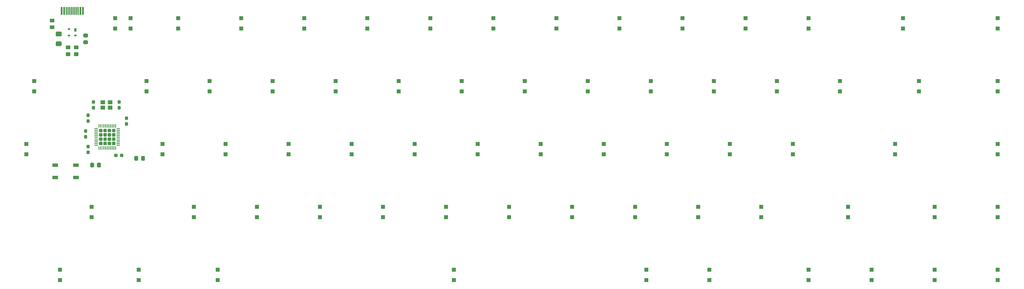
<source format=gbp>
G04 #@! TF.GenerationSoftware,KiCad,Pcbnew,(5.1.9-1-g591a07d2d9)-1*
G04 #@! TF.CreationDate,2021-05-31T00:50:00-06:00*
G04 #@! TF.ProjectId,keyboard-layout,6b657962-6f61-4726-942d-6c61796f7574,rev?*
G04 #@! TF.SameCoordinates,Original*
G04 #@! TF.FileFunction,Paste,Bot*
G04 #@! TF.FilePolarity,Positive*
%FSLAX46Y46*%
G04 Gerber Fmt 4.6, Leading zero omitted, Abs format (unit mm)*
G04 Created by KiCad (PCBNEW (5.1.9-1-g591a07d2d9)-1) date 2021-05-31 00:50:00*
%MOMM*%
%LPD*%
G01*
G04 APERTURE LIST*
%ADD10R,1.200000X1.200000*%
%ADD11R,1.700000X1.000000*%
%ADD12R,1.400000X1.200000*%
%ADD13R,0.300000X2.450000*%
%ADD14R,0.600000X2.450000*%
%ADD15R,0.700000X0.600000*%
%ADD16R,0.700000X1.000000*%
G04 APERTURE END LIST*
G36*
G01*
X43262500Y-67900000D02*
X43737500Y-67900000D01*
G75*
G02*
X43975000Y-68137500I0J-237500D01*
G01*
X43975000Y-68712500D01*
G75*
G02*
X43737500Y-68950000I-237500J0D01*
G01*
X43262500Y-68950000D01*
G75*
G02*
X43025000Y-68712500I0J237500D01*
G01*
X43025000Y-68137500D01*
G75*
G02*
X43262500Y-67900000I237500J0D01*
G01*
G37*
G36*
G01*
X43262500Y-66150000D02*
X43737500Y-66150000D01*
G75*
G02*
X43975000Y-66387500I0J-237500D01*
G01*
X43975000Y-66962500D01*
G75*
G02*
X43737500Y-67200000I-237500J0D01*
G01*
X43262500Y-67200000D01*
G75*
G02*
X43025000Y-66962500I0J237500D01*
G01*
X43025000Y-66387500D01*
G75*
G02*
X43262500Y-66150000I237500J0D01*
G01*
G37*
G36*
G01*
X55337500Y-58600000D02*
X54862500Y-58600000D01*
G75*
G02*
X54625000Y-58362500I0J237500D01*
G01*
X54625000Y-57787500D01*
G75*
G02*
X54862500Y-57550000I237500J0D01*
G01*
X55337500Y-57550000D01*
G75*
G02*
X55575000Y-57787500I0J-237500D01*
G01*
X55575000Y-58362500D01*
G75*
G02*
X55337500Y-58600000I-237500J0D01*
G01*
G37*
G36*
G01*
X55337500Y-60350000D02*
X54862500Y-60350000D01*
G75*
G02*
X54625000Y-60112500I0J237500D01*
G01*
X54625000Y-59537500D01*
G75*
G02*
X54862500Y-59300000I237500J0D01*
G01*
X55337500Y-59300000D01*
G75*
G02*
X55575000Y-59537500I0J-237500D01*
G01*
X55575000Y-60112500D01*
G75*
G02*
X55337500Y-60350000I-237500J0D01*
G01*
G37*
G36*
G01*
X52425000Y-69112500D02*
X52425000Y-69587500D01*
G75*
G02*
X52187500Y-69825000I-237500J0D01*
G01*
X51612500Y-69825000D01*
G75*
G02*
X51375000Y-69587500I0J237500D01*
G01*
X51375000Y-69112500D01*
G75*
G02*
X51612500Y-68875000I237500J0D01*
G01*
X52187500Y-68875000D01*
G75*
G02*
X52425000Y-69112500I0J-237500D01*
G01*
G37*
G36*
G01*
X54175000Y-69112500D02*
X54175000Y-69587500D01*
G75*
G02*
X53937500Y-69825000I-237500J0D01*
G01*
X53362500Y-69825000D01*
G75*
G02*
X53125000Y-69587500I0J237500D01*
G01*
X53125000Y-69112500D01*
G75*
G02*
X53362500Y-68875000I237500J0D01*
G01*
X53937500Y-68875000D01*
G75*
G02*
X54175000Y-69112500I0J-237500D01*
G01*
G37*
G36*
G01*
X53112500Y-53700000D02*
X52637500Y-53700000D01*
G75*
G02*
X52400000Y-53462500I0J237500D01*
G01*
X52400000Y-52887500D01*
G75*
G02*
X52637500Y-52650000I237500J0D01*
G01*
X53112500Y-52650000D01*
G75*
G02*
X53350000Y-52887500I0J-237500D01*
G01*
X53350000Y-53462500D01*
G75*
G02*
X53112500Y-53700000I-237500J0D01*
G01*
G37*
G36*
G01*
X53112500Y-55450000D02*
X52637500Y-55450000D01*
G75*
G02*
X52400000Y-55212500I0J237500D01*
G01*
X52400000Y-54637500D01*
G75*
G02*
X52637500Y-54400000I237500J0D01*
G01*
X53112500Y-54400000D01*
G75*
G02*
X53350000Y-54637500I0J-237500D01*
G01*
X53350000Y-55212500D01*
G75*
G02*
X53112500Y-55450000I-237500J0D01*
G01*
G37*
G36*
G01*
X42537500Y-63200000D02*
X43012500Y-63200000D01*
G75*
G02*
X43250000Y-63437500I0J-237500D01*
G01*
X43250000Y-64012500D01*
G75*
G02*
X43012500Y-64250000I-237500J0D01*
G01*
X42537500Y-64250000D01*
G75*
G02*
X42300000Y-64012500I0J237500D01*
G01*
X42300000Y-63437500D01*
G75*
G02*
X42537500Y-63200000I237500J0D01*
G01*
G37*
G36*
G01*
X42537500Y-61450000D02*
X43012500Y-61450000D01*
G75*
G02*
X43250000Y-61687500I0J-237500D01*
G01*
X43250000Y-62262500D01*
G75*
G02*
X43012500Y-62500000I-237500J0D01*
G01*
X42537500Y-62500000D01*
G75*
G02*
X42300000Y-62262500I0J237500D01*
G01*
X42300000Y-61687500D01*
G75*
G02*
X42537500Y-61450000I237500J0D01*
G01*
G37*
G36*
G01*
X44887500Y-54400000D02*
X45362500Y-54400000D01*
G75*
G02*
X45600000Y-54637500I0J-237500D01*
G01*
X45600000Y-55212500D01*
G75*
G02*
X45362500Y-55450000I-237500J0D01*
G01*
X44887500Y-55450000D01*
G75*
G02*
X44650000Y-55212500I0J237500D01*
G01*
X44650000Y-54637500D01*
G75*
G02*
X44887500Y-54400000I237500J0D01*
G01*
G37*
G36*
G01*
X44887500Y-52650000D02*
X45362500Y-52650000D01*
G75*
G02*
X45600000Y-52887500I0J-237500D01*
G01*
X45600000Y-53462500D01*
G75*
G02*
X45362500Y-53700000I-237500J0D01*
G01*
X44887500Y-53700000D01*
G75*
G02*
X44650000Y-53462500I0J237500D01*
G01*
X44650000Y-52887500D01*
G75*
G02*
X44887500Y-52650000I237500J0D01*
G01*
G37*
G36*
G01*
X43727500Y-59470000D02*
X43252500Y-59470000D01*
G75*
G02*
X43015000Y-59232500I0J237500D01*
G01*
X43015000Y-58657500D01*
G75*
G02*
X43252500Y-58420000I237500J0D01*
G01*
X43727500Y-58420000D01*
G75*
G02*
X43965000Y-58657500I0J-237500D01*
G01*
X43965000Y-59232500D01*
G75*
G02*
X43727500Y-59470000I-237500J0D01*
G01*
G37*
G36*
G01*
X43727500Y-57720000D02*
X43252500Y-57720000D01*
G75*
G02*
X43015000Y-57482500I0J237500D01*
G01*
X43015000Y-56907500D01*
G75*
G02*
X43252500Y-56670000I237500J0D01*
G01*
X43727500Y-56670000D01*
G75*
G02*
X43965000Y-56907500I0J-237500D01*
G01*
X43965000Y-57482500D01*
G75*
G02*
X43727500Y-57720000I-237500J0D01*
G01*
G37*
G36*
G01*
X58625000Y-69799999D02*
X58625000Y-70700001D01*
G75*
G02*
X58375001Y-70950000I-249999J0D01*
G01*
X57724999Y-70950000D01*
G75*
G02*
X57475000Y-70700001I0J249999D01*
G01*
X57475000Y-69799999D01*
G75*
G02*
X57724999Y-69550000I249999J0D01*
G01*
X58375001Y-69550000D01*
G75*
G02*
X58625000Y-69799999I0J-249999D01*
G01*
G37*
G36*
G01*
X60675000Y-69799999D02*
X60675000Y-70700001D01*
G75*
G02*
X60425001Y-70950000I-249999J0D01*
G01*
X59774999Y-70950000D01*
G75*
G02*
X59525000Y-70700001I0J249999D01*
G01*
X59525000Y-69799999D01*
G75*
G02*
X59774999Y-69550000I249999J0D01*
G01*
X60425001Y-69550000D01*
G75*
G02*
X60675000Y-69799999I0J-249999D01*
G01*
G37*
D10*
X142163600Y-69043750D03*
X142163600Y-65893750D03*
X227889750Y-88093750D03*
X227889750Y-84943750D03*
X273133500Y-88093750D03*
X273133500Y-84943750D03*
X246939750Y-88093750D03*
X246939750Y-84943750D03*
X299327250Y-88093750D03*
X299327250Y-84943750D03*
X199314750Y-69043750D03*
X199314750Y-65893750D03*
X256464750Y-69043750D03*
X256464750Y-65893750D03*
X180264750Y-69043750D03*
X180264750Y-65893750D03*
X161214750Y-69043750D03*
X161214750Y-65893750D03*
X218364750Y-69043750D03*
X218364750Y-65893750D03*
X287421000Y-69043750D03*
X287421000Y-65893750D03*
X237414750Y-69043750D03*
X237414750Y-65893750D03*
D11*
X39830000Y-72280000D03*
X33530000Y-72280000D03*
X39830000Y-76080000D03*
X33530000Y-76080000D03*
D12*
X47952500Y-53245000D03*
X50152500Y-53245000D03*
X47952500Y-54845000D03*
X50152500Y-54845000D03*
D10*
X82633500Y-107143750D03*
X82633500Y-103993750D03*
X75489750Y-88093750D03*
X75489750Y-84943750D03*
X156452250Y-49993750D03*
X156452250Y-46843750D03*
X94539750Y-88093750D03*
X94539750Y-84943750D03*
X58821000Y-107143750D03*
X58821000Y-103993750D03*
X80252250Y-49993750D03*
X80252250Y-46843750D03*
X132639750Y-88093750D03*
X132639750Y-84943750D03*
X175502250Y-49993750D03*
X175502250Y-46843750D03*
X27230000Y-49993750D03*
X27230000Y-46843750D03*
X137402250Y-49993750D03*
X137402250Y-46843750D03*
X44533500Y-88093750D03*
X44533500Y-84943750D03*
X85014750Y-69043750D03*
X85014750Y-65893750D03*
X318376100Y-107143750D03*
X318376100Y-103993750D03*
X118352250Y-49993750D03*
X118352250Y-46843750D03*
X61202250Y-49993750D03*
X61202250Y-46843750D03*
X318376100Y-69043750D03*
X318376100Y-65893750D03*
X318376100Y-88093750D03*
X318376100Y-84943750D03*
X232652250Y-49993750D03*
X232652250Y-46843750D03*
X213602250Y-49993750D03*
X213602250Y-46843750D03*
X170739750Y-88093750D03*
X170739750Y-84943750D03*
X242177250Y-30943750D03*
X242177250Y-27793750D03*
X189789750Y-88093750D03*
X189789750Y-84943750D03*
X280276100Y-107143750D03*
X280276100Y-103993750D03*
X194552250Y-49993750D03*
X194552250Y-46843750D03*
X231298100Y-107143750D03*
X231298100Y-103993750D03*
X123114750Y-69043750D03*
X123114750Y-65893750D03*
X51677250Y-30943750D03*
X51677250Y-27793750D03*
X261227250Y-30943750D03*
X261227250Y-27793750D03*
X99302250Y-49993750D03*
X99302250Y-46843750D03*
X299327250Y-107143750D03*
X299327250Y-103993750D03*
X318376100Y-49993750D03*
X318376100Y-46843750D03*
X104064750Y-69043750D03*
X104064750Y-65893750D03*
X35008500Y-107143750D03*
X35008500Y-103993750D03*
X261227250Y-107143750D03*
X261227250Y-103993750D03*
X208839750Y-88093750D03*
X208839750Y-84943750D03*
X24850000Y-69043750D03*
X24850000Y-65893750D03*
X113589750Y-88093750D03*
X113589750Y-84943750D03*
X294564750Y-49993750D03*
X294564750Y-46843750D03*
X289802250Y-30943750D03*
X289802250Y-27793750D03*
X151689750Y-88093750D03*
X151689750Y-84943750D03*
X212248100Y-107143750D03*
X212248100Y-103993750D03*
X65964750Y-69043750D03*
X65964750Y-65893750D03*
X318376100Y-30943750D03*
X318376100Y-27793750D03*
X270752250Y-49993750D03*
X270752250Y-46843750D03*
X251702250Y-49993750D03*
X251702250Y-46843750D03*
X204077250Y-30943750D03*
X204077250Y-27793750D03*
X185027250Y-30943750D03*
X185027250Y-27793750D03*
X165977250Y-30943750D03*
X165977250Y-27793750D03*
X146927250Y-30943750D03*
X146927250Y-27793750D03*
X127877250Y-30943750D03*
X127877250Y-27793750D03*
X108827250Y-30943750D03*
X108827250Y-27793750D03*
X89777250Y-30943750D03*
X89777250Y-27793750D03*
X70727250Y-30943750D03*
X70727250Y-27793750D03*
X56356250Y-30943750D03*
X56356250Y-27793750D03*
X223127250Y-30943750D03*
X223127250Y-27793750D03*
X154071000Y-107143750D03*
X154071000Y-103993750D03*
G36*
G01*
X44155000Y-72730001D02*
X44155000Y-71829999D01*
G75*
G02*
X44404999Y-71580000I249999J0D01*
G01*
X45055001Y-71580000D01*
G75*
G02*
X45305000Y-71829999I0J-249999D01*
G01*
X45305000Y-72730001D01*
G75*
G02*
X45055001Y-72980000I-249999J0D01*
G01*
X44404999Y-72980000D01*
G75*
G02*
X44155000Y-72730001I0J249999D01*
G01*
G37*
G36*
G01*
X46205000Y-72730001D02*
X46205000Y-71829999D01*
G75*
G02*
X46454999Y-71580000I249999J0D01*
G01*
X47105001Y-71580000D01*
G75*
G02*
X47355000Y-71829999I0J-249999D01*
G01*
X47355000Y-72730001D01*
G75*
G02*
X47105001Y-72980000I-249999J0D01*
G01*
X46454999Y-72980000D01*
G75*
G02*
X46205000Y-72730001I0J249999D01*
G01*
G37*
G36*
G01*
X37897001Y-39260000D02*
X36996999Y-39260000D01*
G75*
G02*
X36747000Y-39010001I0J249999D01*
G01*
X36747000Y-38359999D01*
G75*
G02*
X36996999Y-38110000I249999J0D01*
G01*
X37897001Y-38110000D01*
G75*
G02*
X38147000Y-38359999I0J-249999D01*
G01*
X38147000Y-39010001D01*
G75*
G02*
X37897001Y-39260000I-249999J0D01*
G01*
G37*
G36*
G01*
X37897001Y-37210000D02*
X36996999Y-37210000D01*
G75*
G02*
X36747000Y-36960001I0J249999D01*
G01*
X36747000Y-36309999D01*
G75*
G02*
X36996999Y-36060000I249999J0D01*
G01*
X37897001Y-36060000D01*
G75*
G02*
X38147000Y-36309999I0J-249999D01*
G01*
X38147000Y-36960001D01*
G75*
G02*
X37897001Y-37210000I-249999J0D01*
G01*
G37*
G36*
G01*
X40347001Y-37210000D02*
X39446999Y-37210000D01*
G75*
G02*
X39197000Y-36960001I0J249999D01*
G01*
X39197000Y-36309999D01*
G75*
G02*
X39446999Y-36060000I249999J0D01*
G01*
X40347001Y-36060000D01*
G75*
G02*
X40597000Y-36309999I0J-249999D01*
G01*
X40597000Y-36960001D01*
G75*
G02*
X40347001Y-37210000I-249999J0D01*
G01*
G37*
G36*
G01*
X40347001Y-39260000D02*
X39446999Y-39260000D01*
G75*
G02*
X39197000Y-39010001I0J249999D01*
G01*
X39197000Y-38359999D01*
G75*
G02*
X39446999Y-38110000I249999J0D01*
G01*
X40347001Y-38110000D01*
G75*
G02*
X40597000Y-38359999I0J-249999D01*
G01*
X40597000Y-39010001D01*
G75*
G02*
X40347001Y-39260000I-249999J0D01*
G01*
G37*
G36*
G01*
X35225000Y-36260000D02*
X33975000Y-36260000D01*
G75*
G02*
X33725000Y-36010000I0J250000D01*
G01*
X33725000Y-35085000D01*
G75*
G02*
X33975000Y-34835000I250000J0D01*
G01*
X35225000Y-34835000D01*
G75*
G02*
X35475000Y-35085000I0J-250000D01*
G01*
X35475000Y-36010000D01*
G75*
G02*
X35225000Y-36260000I-250000J0D01*
G01*
G37*
G36*
G01*
X35225000Y-33285000D02*
X33975000Y-33285000D01*
G75*
G02*
X33725000Y-33035000I0J250000D01*
G01*
X33725000Y-32110000D01*
G75*
G02*
X33975000Y-31860000I250000J0D01*
G01*
X35225000Y-31860000D01*
G75*
G02*
X35475000Y-32110000I0J-250000D01*
G01*
X35475000Y-33035000D01*
G75*
G02*
X35225000Y-33285000I-250000J0D01*
G01*
G37*
G36*
G01*
X32167999Y-29975000D02*
X33068001Y-29975000D01*
G75*
G02*
X33318000Y-30224999I0J-249999D01*
G01*
X33318000Y-30875001D01*
G75*
G02*
X33068001Y-31125000I-249999J0D01*
G01*
X32167999Y-31125000D01*
G75*
G02*
X31918000Y-30875001I0J249999D01*
G01*
X31918000Y-30224999D01*
G75*
G02*
X32167999Y-29975000I249999J0D01*
G01*
G37*
G36*
G01*
X32167999Y-27925000D02*
X33068001Y-27925000D01*
G75*
G02*
X33318000Y-28174999I0J-249999D01*
G01*
X33318000Y-28825001D01*
G75*
G02*
X33068001Y-29075000I-249999J0D01*
G01*
X32167999Y-29075000D01*
G75*
G02*
X31918000Y-28825001I0J249999D01*
G01*
X31918000Y-28174999D01*
G75*
G02*
X32167999Y-27925000I249999J0D01*
G01*
G37*
G36*
G01*
X42299999Y-32460000D02*
X43200001Y-32460000D01*
G75*
G02*
X43450000Y-32709999I0J-249999D01*
G01*
X43450000Y-33360001D01*
G75*
G02*
X43200001Y-33610000I-249999J0D01*
G01*
X42299999Y-33610000D01*
G75*
G02*
X42050000Y-33360001I0J249999D01*
G01*
X42050000Y-32709999D01*
G75*
G02*
X42299999Y-32460000I249999J0D01*
G01*
G37*
G36*
G01*
X42299999Y-34510000D02*
X43200001Y-34510000D01*
G75*
G02*
X43450000Y-34759999I0J-249999D01*
G01*
X43450000Y-35410001D01*
G75*
G02*
X43200001Y-35660000I-249999J0D01*
G01*
X42299999Y-35660000D01*
G75*
G02*
X42050000Y-35410001I0J249999D01*
G01*
X42050000Y-34759999D01*
G75*
G02*
X42299999Y-34510000I249999J0D01*
G01*
G37*
G36*
G01*
X46810000Y-66003751D02*
X46810000Y-65453749D01*
G75*
G02*
X47059999Y-65203750I249999J0D01*
G01*
X47610001Y-65203750D01*
G75*
G02*
X47860000Y-65453749I0J-249999D01*
G01*
X47860000Y-66003751D01*
G75*
G02*
X47610001Y-66253750I-249999J0D01*
G01*
X47059999Y-66253750D01*
G75*
G02*
X46810000Y-66003751I0J249999D01*
G01*
G37*
G36*
G01*
X46810000Y-64703751D02*
X46810000Y-64153749D01*
G75*
G02*
X47059999Y-63903750I249999J0D01*
G01*
X47610001Y-63903750D01*
G75*
G02*
X47860000Y-64153749I0J-249999D01*
G01*
X47860000Y-64703751D01*
G75*
G02*
X47610001Y-64953750I-249999J0D01*
G01*
X47059999Y-64953750D01*
G75*
G02*
X46810000Y-64703751I0J249999D01*
G01*
G37*
G36*
G01*
X46810000Y-63403751D02*
X46810000Y-62853749D01*
G75*
G02*
X47059999Y-62603750I249999J0D01*
G01*
X47610001Y-62603750D01*
G75*
G02*
X47860000Y-62853749I0J-249999D01*
G01*
X47860000Y-63403751D01*
G75*
G02*
X47610001Y-63653750I-249999J0D01*
G01*
X47059999Y-63653750D01*
G75*
G02*
X46810000Y-63403751I0J249999D01*
G01*
G37*
G36*
G01*
X46810000Y-62103751D02*
X46810000Y-61553749D01*
G75*
G02*
X47059999Y-61303750I249999J0D01*
G01*
X47610001Y-61303750D01*
G75*
G02*
X47860000Y-61553749I0J-249999D01*
G01*
X47860000Y-62103751D01*
G75*
G02*
X47610001Y-62353750I-249999J0D01*
G01*
X47059999Y-62353750D01*
G75*
G02*
X46810000Y-62103751I0J249999D01*
G01*
G37*
G36*
G01*
X48110000Y-66003751D02*
X48110000Y-65453749D01*
G75*
G02*
X48359999Y-65203750I249999J0D01*
G01*
X48910001Y-65203750D01*
G75*
G02*
X49160000Y-65453749I0J-249999D01*
G01*
X49160000Y-66003751D01*
G75*
G02*
X48910001Y-66253750I-249999J0D01*
G01*
X48359999Y-66253750D01*
G75*
G02*
X48110000Y-66003751I0J249999D01*
G01*
G37*
G36*
G01*
X48110000Y-64703751D02*
X48110000Y-64153749D01*
G75*
G02*
X48359999Y-63903750I249999J0D01*
G01*
X48910001Y-63903750D01*
G75*
G02*
X49160000Y-64153749I0J-249999D01*
G01*
X49160000Y-64703751D01*
G75*
G02*
X48910001Y-64953750I-249999J0D01*
G01*
X48359999Y-64953750D01*
G75*
G02*
X48110000Y-64703751I0J249999D01*
G01*
G37*
G36*
G01*
X48110000Y-63403751D02*
X48110000Y-62853749D01*
G75*
G02*
X48359999Y-62603750I249999J0D01*
G01*
X48910001Y-62603750D01*
G75*
G02*
X49160000Y-62853749I0J-249999D01*
G01*
X49160000Y-63403751D01*
G75*
G02*
X48910001Y-63653750I-249999J0D01*
G01*
X48359999Y-63653750D01*
G75*
G02*
X48110000Y-63403751I0J249999D01*
G01*
G37*
G36*
G01*
X48110000Y-62103751D02*
X48110000Y-61553749D01*
G75*
G02*
X48359999Y-61303750I249999J0D01*
G01*
X48910001Y-61303750D01*
G75*
G02*
X49160000Y-61553749I0J-249999D01*
G01*
X49160000Y-62103751D01*
G75*
G02*
X48910001Y-62353750I-249999J0D01*
G01*
X48359999Y-62353750D01*
G75*
G02*
X48110000Y-62103751I0J249999D01*
G01*
G37*
G36*
G01*
X49410000Y-66003751D02*
X49410000Y-65453749D01*
G75*
G02*
X49659999Y-65203750I249999J0D01*
G01*
X50210001Y-65203750D01*
G75*
G02*
X50460000Y-65453749I0J-249999D01*
G01*
X50460000Y-66003751D01*
G75*
G02*
X50210001Y-66253750I-249999J0D01*
G01*
X49659999Y-66253750D01*
G75*
G02*
X49410000Y-66003751I0J249999D01*
G01*
G37*
G36*
G01*
X49410000Y-64703751D02*
X49410000Y-64153749D01*
G75*
G02*
X49659999Y-63903750I249999J0D01*
G01*
X50210001Y-63903750D01*
G75*
G02*
X50460000Y-64153749I0J-249999D01*
G01*
X50460000Y-64703751D01*
G75*
G02*
X50210001Y-64953750I-249999J0D01*
G01*
X49659999Y-64953750D01*
G75*
G02*
X49410000Y-64703751I0J249999D01*
G01*
G37*
G36*
G01*
X49410000Y-63403751D02*
X49410000Y-62853749D01*
G75*
G02*
X49659999Y-62603750I249999J0D01*
G01*
X50210001Y-62603750D01*
G75*
G02*
X50460000Y-62853749I0J-249999D01*
G01*
X50460000Y-63403751D01*
G75*
G02*
X50210001Y-63653750I-249999J0D01*
G01*
X49659999Y-63653750D01*
G75*
G02*
X49410000Y-63403751I0J249999D01*
G01*
G37*
G36*
G01*
X49410000Y-62103751D02*
X49410000Y-61553749D01*
G75*
G02*
X49659999Y-61303750I249999J0D01*
G01*
X50210001Y-61303750D01*
G75*
G02*
X50460000Y-61553749I0J-249999D01*
G01*
X50460000Y-62103751D01*
G75*
G02*
X50210001Y-62353750I-249999J0D01*
G01*
X49659999Y-62353750D01*
G75*
G02*
X49410000Y-62103751I0J249999D01*
G01*
G37*
G36*
G01*
X50710000Y-66003751D02*
X50710000Y-65453749D01*
G75*
G02*
X50959999Y-65203750I249999J0D01*
G01*
X51510001Y-65203750D01*
G75*
G02*
X51760000Y-65453749I0J-249999D01*
G01*
X51760000Y-66003751D01*
G75*
G02*
X51510001Y-66253750I-249999J0D01*
G01*
X50959999Y-66253750D01*
G75*
G02*
X50710000Y-66003751I0J249999D01*
G01*
G37*
G36*
G01*
X50710000Y-64703751D02*
X50710000Y-64153749D01*
G75*
G02*
X50959999Y-63903750I249999J0D01*
G01*
X51510001Y-63903750D01*
G75*
G02*
X51760000Y-64153749I0J-249999D01*
G01*
X51760000Y-64703751D01*
G75*
G02*
X51510001Y-64953750I-249999J0D01*
G01*
X50959999Y-64953750D01*
G75*
G02*
X50710000Y-64703751I0J249999D01*
G01*
G37*
G36*
G01*
X50710000Y-63403751D02*
X50710000Y-62853749D01*
G75*
G02*
X50959999Y-62603750I249999J0D01*
G01*
X51510001Y-62603750D01*
G75*
G02*
X51760000Y-62853749I0J-249999D01*
G01*
X51760000Y-63403751D01*
G75*
G02*
X51510001Y-63653750I-249999J0D01*
G01*
X50959999Y-63653750D01*
G75*
G02*
X50710000Y-63403751I0J249999D01*
G01*
G37*
G36*
G01*
X50710000Y-62103751D02*
X50710000Y-61553749D01*
G75*
G02*
X50959999Y-61303750I249999J0D01*
G01*
X51510001Y-61303750D01*
G75*
G02*
X51760000Y-61553749I0J-249999D01*
G01*
X51760000Y-62103751D01*
G75*
G02*
X51510001Y-62353750I-249999J0D01*
G01*
X50959999Y-62353750D01*
G75*
G02*
X50710000Y-62103751I0J249999D01*
G01*
G37*
G36*
G01*
X45410000Y-66341250D02*
X45410000Y-66216250D01*
G75*
G02*
X45472500Y-66153750I62500J0D01*
G01*
X46422500Y-66153750D01*
G75*
G02*
X46485000Y-66216250I0J-62500D01*
G01*
X46485000Y-66341250D01*
G75*
G02*
X46422500Y-66403750I-62500J0D01*
G01*
X45472500Y-66403750D01*
G75*
G02*
X45410000Y-66341250I0J62500D01*
G01*
G37*
G36*
G01*
X45410000Y-65841250D02*
X45410000Y-65716250D01*
G75*
G02*
X45472500Y-65653750I62500J0D01*
G01*
X46422500Y-65653750D01*
G75*
G02*
X46485000Y-65716250I0J-62500D01*
G01*
X46485000Y-65841250D01*
G75*
G02*
X46422500Y-65903750I-62500J0D01*
G01*
X45472500Y-65903750D01*
G75*
G02*
X45410000Y-65841250I0J62500D01*
G01*
G37*
G36*
G01*
X45410000Y-65341250D02*
X45410000Y-65216250D01*
G75*
G02*
X45472500Y-65153750I62500J0D01*
G01*
X46422500Y-65153750D01*
G75*
G02*
X46485000Y-65216250I0J-62500D01*
G01*
X46485000Y-65341250D01*
G75*
G02*
X46422500Y-65403750I-62500J0D01*
G01*
X45472500Y-65403750D01*
G75*
G02*
X45410000Y-65341250I0J62500D01*
G01*
G37*
G36*
G01*
X45410000Y-64841250D02*
X45410000Y-64716250D01*
G75*
G02*
X45472500Y-64653750I62500J0D01*
G01*
X46422500Y-64653750D01*
G75*
G02*
X46485000Y-64716250I0J-62500D01*
G01*
X46485000Y-64841250D01*
G75*
G02*
X46422500Y-64903750I-62500J0D01*
G01*
X45472500Y-64903750D01*
G75*
G02*
X45410000Y-64841250I0J62500D01*
G01*
G37*
G36*
G01*
X45410000Y-64341250D02*
X45410000Y-64216250D01*
G75*
G02*
X45472500Y-64153750I62500J0D01*
G01*
X46422500Y-64153750D01*
G75*
G02*
X46485000Y-64216250I0J-62500D01*
G01*
X46485000Y-64341250D01*
G75*
G02*
X46422500Y-64403750I-62500J0D01*
G01*
X45472500Y-64403750D01*
G75*
G02*
X45410000Y-64341250I0J62500D01*
G01*
G37*
G36*
G01*
X45410000Y-63841250D02*
X45410000Y-63716250D01*
G75*
G02*
X45472500Y-63653750I62500J0D01*
G01*
X46422500Y-63653750D01*
G75*
G02*
X46485000Y-63716250I0J-62500D01*
G01*
X46485000Y-63841250D01*
G75*
G02*
X46422500Y-63903750I-62500J0D01*
G01*
X45472500Y-63903750D01*
G75*
G02*
X45410000Y-63841250I0J62500D01*
G01*
G37*
G36*
G01*
X45410000Y-63341250D02*
X45410000Y-63216250D01*
G75*
G02*
X45472500Y-63153750I62500J0D01*
G01*
X46422500Y-63153750D01*
G75*
G02*
X46485000Y-63216250I0J-62500D01*
G01*
X46485000Y-63341250D01*
G75*
G02*
X46422500Y-63403750I-62500J0D01*
G01*
X45472500Y-63403750D01*
G75*
G02*
X45410000Y-63341250I0J62500D01*
G01*
G37*
G36*
G01*
X45410000Y-62841250D02*
X45410000Y-62716250D01*
G75*
G02*
X45472500Y-62653750I62500J0D01*
G01*
X46422500Y-62653750D01*
G75*
G02*
X46485000Y-62716250I0J-62500D01*
G01*
X46485000Y-62841250D01*
G75*
G02*
X46422500Y-62903750I-62500J0D01*
G01*
X45472500Y-62903750D01*
G75*
G02*
X45410000Y-62841250I0J62500D01*
G01*
G37*
G36*
G01*
X45410000Y-62341250D02*
X45410000Y-62216250D01*
G75*
G02*
X45472500Y-62153750I62500J0D01*
G01*
X46422500Y-62153750D01*
G75*
G02*
X46485000Y-62216250I0J-62500D01*
G01*
X46485000Y-62341250D01*
G75*
G02*
X46422500Y-62403750I-62500J0D01*
G01*
X45472500Y-62403750D01*
G75*
G02*
X45410000Y-62341250I0J62500D01*
G01*
G37*
G36*
G01*
X45410000Y-61841250D02*
X45410000Y-61716250D01*
G75*
G02*
X45472500Y-61653750I62500J0D01*
G01*
X46422500Y-61653750D01*
G75*
G02*
X46485000Y-61716250I0J-62500D01*
G01*
X46485000Y-61841250D01*
G75*
G02*
X46422500Y-61903750I-62500J0D01*
G01*
X45472500Y-61903750D01*
G75*
G02*
X45410000Y-61841250I0J62500D01*
G01*
G37*
G36*
G01*
X45410000Y-61341250D02*
X45410000Y-61216250D01*
G75*
G02*
X45472500Y-61153750I62500J0D01*
G01*
X46422500Y-61153750D01*
G75*
G02*
X46485000Y-61216250I0J-62500D01*
G01*
X46485000Y-61341250D01*
G75*
G02*
X46422500Y-61403750I-62500J0D01*
G01*
X45472500Y-61403750D01*
G75*
G02*
X45410000Y-61341250I0J62500D01*
G01*
G37*
G36*
G01*
X46660000Y-60916250D02*
X46660000Y-59966250D01*
G75*
G02*
X46722500Y-59903750I62500J0D01*
G01*
X46847500Y-59903750D01*
G75*
G02*
X46910000Y-59966250I0J-62500D01*
G01*
X46910000Y-60916250D01*
G75*
G02*
X46847500Y-60978750I-62500J0D01*
G01*
X46722500Y-60978750D01*
G75*
G02*
X46660000Y-60916250I0J62500D01*
G01*
G37*
G36*
G01*
X47160000Y-60916250D02*
X47160000Y-59966250D01*
G75*
G02*
X47222500Y-59903750I62500J0D01*
G01*
X47347500Y-59903750D01*
G75*
G02*
X47410000Y-59966250I0J-62500D01*
G01*
X47410000Y-60916250D01*
G75*
G02*
X47347500Y-60978750I-62500J0D01*
G01*
X47222500Y-60978750D01*
G75*
G02*
X47160000Y-60916250I0J62500D01*
G01*
G37*
G36*
G01*
X47660000Y-60916250D02*
X47660000Y-59966250D01*
G75*
G02*
X47722500Y-59903750I62500J0D01*
G01*
X47847500Y-59903750D01*
G75*
G02*
X47910000Y-59966250I0J-62500D01*
G01*
X47910000Y-60916250D01*
G75*
G02*
X47847500Y-60978750I-62500J0D01*
G01*
X47722500Y-60978750D01*
G75*
G02*
X47660000Y-60916250I0J62500D01*
G01*
G37*
G36*
G01*
X48160000Y-60916250D02*
X48160000Y-59966250D01*
G75*
G02*
X48222500Y-59903750I62500J0D01*
G01*
X48347500Y-59903750D01*
G75*
G02*
X48410000Y-59966250I0J-62500D01*
G01*
X48410000Y-60916250D01*
G75*
G02*
X48347500Y-60978750I-62500J0D01*
G01*
X48222500Y-60978750D01*
G75*
G02*
X48160000Y-60916250I0J62500D01*
G01*
G37*
G36*
G01*
X48660000Y-60916250D02*
X48660000Y-59966250D01*
G75*
G02*
X48722500Y-59903750I62500J0D01*
G01*
X48847500Y-59903750D01*
G75*
G02*
X48910000Y-59966250I0J-62500D01*
G01*
X48910000Y-60916250D01*
G75*
G02*
X48847500Y-60978750I-62500J0D01*
G01*
X48722500Y-60978750D01*
G75*
G02*
X48660000Y-60916250I0J62500D01*
G01*
G37*
G36*
G01*
X49160000Y-60916250D02*
X49160000Y-59966250D01*
G75*
G02*
X49222500Y-59903750I62500J0D01*
G01*
X49347500Y-59903750D01*
G75*
G02*
X49410000Y-59966250I0J-62500D01*
G01*
X49410000Y-60916250D01*
G75*
G02*
X49347500Y-60978750I-62500J0D01*
G01*
X49222500Y-60978750D01*
G75*
G02*
X49160000Y-60916250I0J62500D01*
G01*
G37*
G36*
G01*
X49660000Y-60916250D02*
X49660000Y-59966250D01*
G75*
G02*
X49722500Y-59903750I62500J0D01*
G01*
X49847500Y-59903750D01*
G75*
G02*
X49910000Y-59966250I0J-62500D01*
G01*
X49910000Y-60916250D01*
G75*
G02*
X49847500Y-60978750I-62500J0D01*
G01*
X49722500Y-60978750D01*
G75*
G02*
X49660000Y-60916250I0J62500D01*
G01*
G37*
G36*
G01*
X50160000Y-60916250D02*
X50160000Y-59966250D01*
G75*
G02*
X50222500Y-59903750I62500J0D01*
G01*
X50347500Y-59903750D01*
G75*
G02*
X50410000Y-59966250I0J-62500D01*
G01*
X50410000Y-60916250D01*
G75*
G02*
X50347500Y-60978750I-62500J0D01*
G01*
X50222500Y-60978750D01*
G75*
G02*
X50160000Y-60916250I0J62500D01*
G01*
G37*
G36*
G01*
X50660000Y-60916250D02*
X50660000Y-59966250D01*
G75*
G02*
X50722500Y-59903750I62500J0D01*
G01*
X50847500Y-59903750D01*
G75*
G02*
X50910000Y-59966250I0J-62500D01*
G01*
X50910000Y-60916250D01*
G75*
G02*
X50847500Y-60978750I-62500J0D01*
G01*
X50722500Y-60978750D01*
G75*
G02*
X50660000Y-60916250I0J62500D01*
G01*
G37*
G36*
G01*
X51160000Y-60916250D02*
X51160000Y-59966250D01*
G75*
G02*
X51222500Y-59903750I62500J0D01*
G01*
X51347500Y-59903750D01*
G75*
G02*
X51410000Y-59966250I0J-62500D01*
G01*
X51410000Y-60916250D01*
G75*
G02*
X51347500Y-60978750I-62500J0D01*
G01*
X51222500Y-60978750D01*
G75*
G02*
X51160000Y-60916250I0J62500D01*
G01*
G37*
G36*
G01*
X51660000Y-60916250D02*
X51660000Y-59966250D01*
G75*
G02*
X51722500Y-59903750I62500J0D01*
G01*
X51847500Y-59903750D01*
G75*
G02*
X51910000Y-59966250I0J-62500D01*
G01*
X51910000Y-60916250D01*
G75*
G02*
X51847500Y-60978750I-62500J0D01*
G01*
X51722500Y-60978750D01*
G75*
G02*
X51660000Y-60916250I0J62500D01*
G01*
G37*
G36*
G01*
X52085000Y-61341250D02*
X52085000Y-61216250D01*
G75*
G02*
X52147500Y-61153750I62500J0D01*
G01*
X53097500Y-61153750D01*
G75*
G02*
X53160000Y-61216250I0J-62500D01*
G01*
X53160000Y-61341250D01*
G75*
G02*
X53097500Y-61403750I-62500J0D01*
G01*
X52147500Y-61403750D01*
G75*
G02*
X52085000Y-61341250I0J62500D01*
G01*
G37*
G36*
G01*
X52085000Y-61841250D02*
X52085000Y-61716250D01*
G75*
G02*
X52147500Y-61653750I62500J0D01*
G01*
X53097500Y-61653750D01*
G75*
G02*
X53160000Y-61716250I0J-62500D01*
G01*
X53160000Y-61841250D01*
G75*
G02*
X53097500Y-61903750I-62500J0D01*
G01*
X52147500Y-61903750D01*
G75*
G02*
X52085000Y-61841250I0J62500D01*
G01*
G37*
G36*
G01*
X52085000Y-62341250D02*
X52085000Y-62216250D01*
G75*
G02*
X52147500Y-62153750I62500J0D01*
G01*
X53097500Y-62153750D01*
G75*
G02*
X53160000Y-62216250I0J-62500D01*
G01*
X53160000Y-62341250D01*
G75*
G02*
X53097500Y-62403750I-62500J0D01*
G01*
X52147500Y-62403750D01*
G75*
G02*
X52085000Y-62341250I0J62500D01*
G01*
G37*
G36*
G01*
X52085000Y-62841250D02*
X52085000Y-62716250D01*
G75*
G02*
X52147500Y-62653750I62500J0D01*
G01*
X53097500Y-62653750D01*
G75*
G02*
X53160000Y-62716250I0J-62500D01*
G01*
X53160000Y-62841250D01*
G75*
G02*
X53097500Y-62903750I-62500J0D01*
G01*
X52147500Y-62903750D01*
G75*
G02*
X52085000Y-62841250I0J62500D01*
G01*
G37*
G36*
G01*
X52085000Y-63341250D02*
X52085000Y-63216250D01*
G75*
G02*
X52147500Y-63153750I62500J0D01*
G01*
X53097500Y-63153750D01*
G75*
G02*
X53160000Y-63216250I0J-62500D01*
G01*
X53160000Y-63341250D01*
G75*
G02*
X53097500Y-63403750I-62500J0D01*
G01*
X52147500Y-63403750D01*
G75*
G02*
X52085000Y-63341250I0J62500D01*
G01*
G37*
G36*
G01*
X52085000Y-63841250D02*
X52085000Y-63716250D01*
G75*
G02*
X52147500Y-63653750I62500J0D01*
G01*
X53097500Y-63653750D01*
G75*
G02*
X53160000Y-63716250I0J-62500D01*
G01*
X53160000Y-63841250D01*
G75*
G02*
X53097500Y-63903750I-62500J0D01*
G01*
X52147500Y-63903750D01*
G75*
G02*
X52085000Y-63841250I0J62500D01*
G01*
G37*
G36*
G01*
X52085000Y-64341250D02*
X52085000Y-64216250D01*
G75*
G02*
X52147500Y-64153750I62500J0D01*
G01*
X53097500Y-64153750D01*
G75*
G02*
X53160000Y-64216250I0J-62500D01*
G01*
X53160000Y-64341250D01*
G75*
G02*
X53097500Y-64403750I-62500J0D01*
G01*
X52147500Y-64403750D01*
G75*
G02*
X52085000Y-64341250I0J62500D01*
G01*
G37*
G36*
G01*
X52085000Y-64841250D02*
X52085000Y-64716250D01*
G75*
G02*
X52147500Y-64653750I62500J0D01*
G01*
X53097500Y-64653750D01*
G75*
G02*
X53160000Y-64716250I0J-62500D01*
G01*
X53160000Y-64841250D01*
G75*
G02*
X53097500Y-64903750I-62500J0D01*
G01*
X52147500Y-64903750D01*
G75*
G02*
X52085000Y-64841250I0J62500D01*
G01*
G37*
G36*
G01*
X52085000Y-65341250D02*
X52085000Y-65216250D01*
G75*
G02*
X52147500Y-65153750I62500J0D01*
G01*
X53097500Y-65153750D01*
G75*
G02*
X53160000Y-65216250I0J-62500D01*
G01*
X53160000Y-65341250D01*
G75*
G02*
X53097500Y-65403750I-62500J0D01*
G01*
X52147500Y-65403750D01*
G75*
G02*
X52085000Y-65341250I0J62500D01*
G01*
G37*
G36*
G01*
X52085000Y-65841250D02*
X52085000Y-65716250D01*
G75*
G02*
X52147500Y-65653750I62500J0D01*
G01*
X53097500Y-65653750D01*
G75*
G02*
X53160000Y-65716250I0J-62500D01*
G01*
X53160000Y-65841250D01*
G75*
G02*
X53097500Y-65903750I-62500J0D01*
G01*
X52147500Y-65903750D01*
G75*
G02*
X52085000Y-65841250I0J62500D01*
G01*
G37*
G36*
G01*
X52085000Y-66341250D02*
X52085000Y-66216250D01*
G75*
G02*
X52147500Y-66153750I62500J0D01*
G01*
X53097500Y-66153750D01*
G75*
G02*
X53160000Y-66216250I0J-62500D01*
G01*
X53160000Y-66341250D01*
G75*
G02*
X53097500Y-66403750I-62500J0D01*
G01*
X52147500Y-66403750D01*
G75*
G02*
X52085000Y-66341250I0J62500D01*
G01*
G37*
G36*
G01*
X51660000Y-67591250D02*
X51660000Y-66641250D01*
G75*
G02*
X51722500Y-66578750I62500J0D01*
G01*
X51847500Y-66578750D01*
G75*
G02*
X51910000Y-66641250I0J-62500D01*
G01*
X51910000Y-67591250D01*
G75*
G02*
X51847500Y-67653750I-62500J0D01*
G01*
X51722500Y-67653750D01*
G75*
G02*
X51660000Y-67591250I0J62500D01*
G01*
G37*
G36*
G01*
X51160000Y-67591250D02*
X51160000Y-66641250D01*
G75*
G02*
X51222500Y-66578750I62500J0D01*
G01*
X51347500Y-66578750D01*
G75*
G02*
X51410000Y-66641250I0J-62500D01*
G01*
X51410000Y-67591250D01*
G75*
G02*
X51347500Y-67653750I-62500J0D01*
G01*
X51222500Y-67653750D01*
G75*
G02*
X51160000Y-67591250I0J62500D01*
G01*
G37*
G36*
G01*
X50660000Y-67591250D02*
X50660000Y-66641250D01*
G75*
G02*
X50722500Y-66578750I62500J0D01*
G01*
X50847500Y-66578750D01*
G75*
G02*
X50910000Y-66641250I0J-62500D01*
G01*
X50910000Y-67591250D01*
G75*
G02*
X50847500Y-67653750I-62500J0D01*
G01*
X50722500Y-67653750D01*
G75*
G02*
X50660000Y-67591250I0J62500D01*
G01*
G37*
G36*
G01*
X50160000Y-67591250D02*
X50160000Y-66641250D01*
G75*
G02*
X50222500Y-66578750I62500J0D01*
G01*
X50347500Y-66578750D01*
G75*
G02*
X50410000Y-66641250I0J-62500D01*
G01*
X50410000Y-67591250D01*
G75*
G02*
X50347500Y-67653750I-62500J0D01*
G01*
X50222500Y-67653750D01*
G75*
G02*
X50160000Y-67591250I0J62500D01*
G01*
G37*
G36*
G01*
X49660000Y-67591250D02*
X49660000Y-66641250D01*
G75*
G02*
X49722500Y-66578750I62500J0D01*
G01*
X49847500Y-66578750D01*
G75*
G02*
X49910000Y-66641250I0J-62500D01*
G01*
X49910000Y-67591250D01*
G75*
G02*
X49847500Y-67653750I-62500J0D01*
G01*
X49722500Y-67653750D01*
G75*
G02*
X49660000Y-67591250I0J62500D01*
G01*
G37*
G36*
G01*
X49160000Y-67591250D02*
X49160000Y-66641250D01*
G75*
G02*
X49222500Y-66578750I62500J0D01*
G01*
X49347500Y-66578750D01*
G75*
G02*
X49410000Y-66641250I0J-62500D01*
G01*
X49410000Y-67591250D01*
G75*
G02*
X49347500Y-67653750I-62500J0D01*
G01*
X49222500Y-67653750D01*
G75*
G02*
X49160000Y-67591250I0J62500D01*
G01*
G37*
G36*
G01*
X48660000Y-67591250D02*
X48660000Y-66641250D01*
G75*
G02*
X48722500Y-66578750I62500J0D01*
G01*
X48847500Y-66578750D01*
G75*
G02*
X48910000Y-66641250I0J-62500D01*
G01*
X48910000Y-67591250D01*
G75*
G02*
X48847500Y-67653750I-62500J0D01*
G01*
X48722500Y-67653750D01*
G75*
G02*
X48660000Y-67591250I0J62500D01*
G01*
G37*
G36*
G01*
X48160000Y-67591250D02*
X48160000Y-66641250D01*
G75*
G02*
X48222500Y-66578750I62500J0D01*
G01*
X48347500Y-66578750D01*
G75*
G02*
X48410000Y-66641250I0J-62500D01*
G01*
X48410000Y-67591250D01*
G75*
G02*
X48347500Y-67653750I-62500J0D01*
G01*
X48222500Y-67653750D01*
G75*
G02*
X48160000Y-67591250I0J62500D01*
G01*
G37*
G36*
G01*
X47660000Y-67591250D02*
X47660000Y-66641250D01*
G75*
G02*
X47722500Y-66578750I62500J0D01*
G01*
X47847500Y-66578750D01*
G75*
G02*
X47910000Y-66641250I0J-62500D01*
G01*
X47910000Y-67591250D01*
G75*
G02*
X47847500Y-67653750I-62500J0D01*
G01*
X47722500Y-67653750D01*
G75*
G02*
X47660000Y-67591250I0J62500D01*
G01*
G37*
G36*
G01*
X47160000Y-67591250D02*
X47160000Y-66641250D01*
G75*
G02*
X47222500Y-66578750I62500J0D01*
G01*
X47347500Y-66578750D01*
G75*
G02*
X47410000Y-66641250I0J-62500D01*
G01*
X47410000Y-67591250D01*
G75*
G02*
X47347500Y-67653750I-62500J0D01*
G01*
X47222500Y-67653750D01*
G75*
G02*
X47160000Y-67591250I0J62500D01*
G01*
G37*
G36*
G01*
X46660000Y-67591250D02*
X46660000Y-66641250D01*
G75*
G02*
X46722500Y-66578750I62500J0D01*
G01*
X46847500Y-66578750D01*
G75*
G02*
X46910000Y-66641250I0J-62500D01*
G01*
X46910000Y-67591250D01*
G75*
G02*
X46847500Y-67653750I-62500J0D01*
G01*
X46722500Y-67653750D01*
G75*
G02*
X46660000Y-67591250I0J62500D01*
G01*
G37*
D13*
X38462000Y-25570000D03*
X38962000Y-25570000D03*
X39462000Y-25570000D03*
X37962000Y-25570000D03*
X39962000Y-25570000D03*
X37462000Y-25570000D03*
X40462000Y-25570000D03*
X36962000Y-25570000D03*
D14*
X36262000Y-25570000D03*
X41162000Y-25570000D03*
X35487000Y-25570000D03*
X41937000Y-25570000D03*
D15*
X37690000Y-33030000D03*
X39690000Y-33030000D03*
X37690000Y-31130000D03*
D16*
X39690000Y-31330000D03*
M02*

</source>
